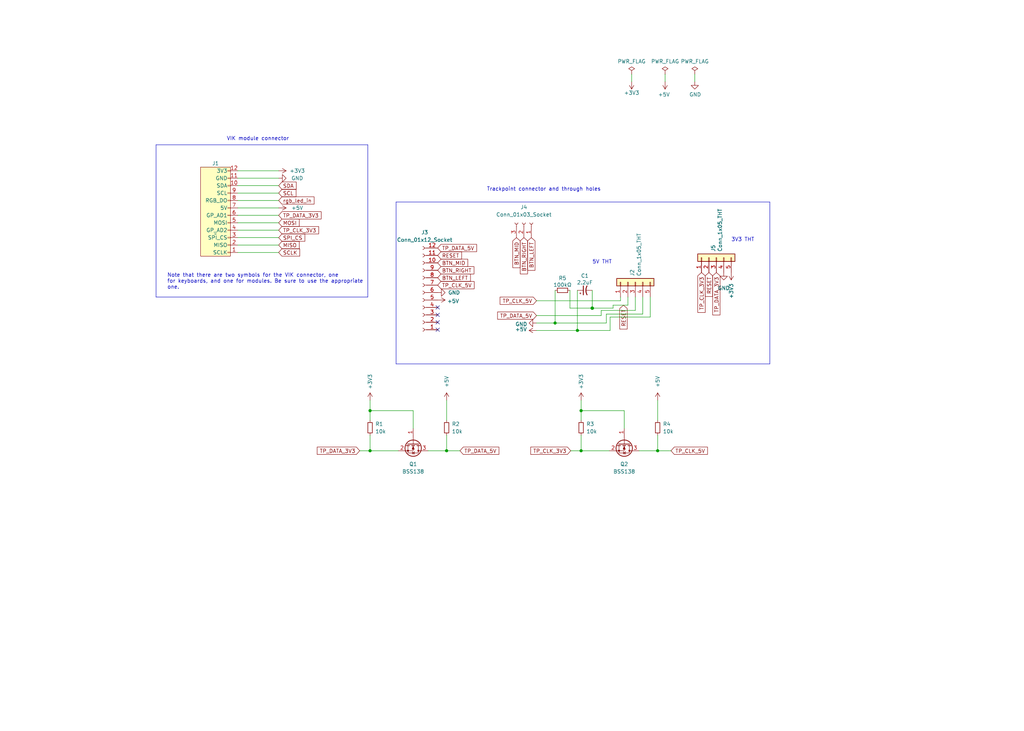
<source format=kicad_sch>
(kicad_sch (version 20230121) (generator eeschema)
  (paper "User" 350.012 250.012)
  (lib_symbols
    (symbol "Connector:Conn_01x03_Socket" (pin_names (offset 1.016) hide)
      (property "Reference" "J" (at 0 5.08 0))
      (property "Value" "Conn_01x03_Socket" (at 0 -5.08 0))
      (symbol "Conn_01x03_Socket_1_1"
        (arc (start 0 -2.032) (mid -0.5058 -2.54) (end 0 -3.048) (stroke (width 0.1524)))
        (polyline (pts (xy -1.27 -2.54) (xy -0.508 -2.54)) (stroke (width 0.1524)))
        (polyline (pts (xy -1.27 0) (xy -0.508 0)) (stroke (width 0.1524)))
        (polyline (pts (xy -1.27 2.54) (xy -0.508 2.54)) (stroke (width 0.1524)))
        (arc (start 0 0.508) (mid -0.5058 0) (end 0 -0.508) (stroke (width 0.1524)))
        (arc (start 0 3.048) (mid -0.5058 2.54) (end 0 2.032) (stroke (width 0.1524)))
        (pin passive line (at -5.08 2.54 0) (length 3.81) (name "Pin_1") (number "1"))
        (pin passive line (at -5.08 0 0) (length 3.81) (name "Pin_2") (number "2"))
        (pin passive line (at -5.08 -2.54 0) (length 3.81) (name "Pin_3") (number "3"))
      )
    )
    (symbol "Connector:Conn_01x12_Socket" (pin_names (offset 1.016) hide)
      (property "Reference" "J" (at 0 15.24 0))
      (property "Value" "Conn_01x12_Socket" (at 0 -17.78 0))
      (symbol "Conn_01x12_Socket_1_1"
        (arc (start 0 -14.732) (mid -0.5058 -15.24) (end 0 -15.748) (stroke (width 0.1524)))
        (arc (start 0 -12.192) (mid -0.5058 -12.7) (end 0 -13.208) (stroke (width 0.1524)))
        (arc (start 0 -9.652) (mid -0.5058 -10.16) (end 0 -10.668) (stroke (width 0.1524)))
        (arc (start 0 -7.112) (mid -0.5058 -7.62) (end 0 -8.128) (stroke (width 0.1524)))
        (arc (start 0 -4.572) (mid -0.5058 -5.08) (end 0 -5.588) (stroke (width 0.1524)))
        (arc (start 0 -2.032) (mid -0.5058 -2.54) (end 0 -3.048) (stroke (width 0.1524)))
        (polyline (pts (xy -1.27 -15.24) (xy -0.508 -15.24)) (stroke (width 0.1524)))
        (polyline (pts (xy -1.27 -12.7) (xy -0.508 -12.7)) (stroke (width 0.1524)))
        (polyline (pts (xy -1.27 -10.16) (xy -0.508 -10.16)) (stroke (width 0.1524)))
        (polyline (pts (xy -1.27 -7.62) (xy -0.508 -7.62)) (stroke (width 0.1524)))
        (polyline (pts (xy -1.27 -5.08) (xy -0.508 -5.08)) (stroke (width 0.1524)))
        (polyline (pts (xy -1.27 -2.54) (xy -0.508 -2.54)) (stroke (width 0.1524)))
        (polyline (pts (xy -1.27 0) (xy -0.508 0)) (stroke (width 0.1524)))
        (polyline (pts (xy -1.27 2.54) (xy -0.508 2.54)) (stroke (width 0.1524)))
        (polyline (pts (xy -1.27 5.08) (xy -0.508 5.08)) (stroke (width 0.1524)))
        (polyline (pts (xy -1.27 7.62) (xy -0.508 7.62)) (stroke (width 0.1524)))
        (polyline (pts (xy -1.27 10.16) (xy -0.508 10.16)) (stroke (width 0.1524)))
        (polyline (pts (xy -1.27 12.7) (xy -0.508 12.7)) (stroke (width 0.1524)))
        (arc (start 0 0.508) (mid -0.5058 0) (end 0 -0.508) (stroke (width 0.1524)))
        (arc (start 0 3.048) (mid -0.5058 2.54) (end 0 2.032) (stroke (width 0.1524)))
        (arc (start 0 5.588) (mid -0.5058 5.08) (end 0 4.572) (stroke (width 0.1524)))
        (arc (start 0 8.128) (mid -0.5058 7.62) (end 0 7.112) (stroke (width 0.1524)))
        (arc (start 0 10.668) (mid -0.5058 10.16) (end 0 9.652) (stroke (width 0.1524)))
        (arc (start 0 13.208) (mid -0.5058 12.7) (end 0 12.192) (stroke (width 0.1524)))
        (pin passive line (at -5.08 12.7 0) (length 3.81) (name "Pin_1") (number "1"))
        (pin passive line (at -5.08 -10.16 0) (length 3.81) (name "Pin_10") (number "10"))
        (pin passive line (at -5.08 -12.7 0) (length 3.81) (name "Pin_11") (number "11"))
        (pin passive line (at -5.08 -15.24 0) (length 3.81) (name "Pin_12") (number "12"))
        (pin passive line (at -5.08 10.16 0) (length 3.81) (name "Pin_2") (number "2"))
        (pin passive line (at -5.08 7.62 0) (length 3.81) (name "Pin_3") (number "3"))
        (pin passive line (at -5.08 5.08 0) (length 3.81) (name "Pin_4") (number "4"))
        (pin passive line (at -5.08 2.54 0) (length 3.81) (name "Pin_5") (number "5"))
        (pin passive line (at -5.08 0 0) (length 3.81) (name "Pin_6") (number "6"))
        (pin passive line (at -5.08 -2.54 0) (length 3.81) (name "Pin_7") (number "7"))
        (pin passive line (at -5.08 -5.08 0) (length 3.81) (name "Pin_8") (number "8"))
        (pin passive line (at -5.08 -7.62 0) (length 3.81) (name "Pin_9") (number "9"))
      )
    )
    (symbol "Connector_Generic:Conn_01x05" (pin_names (offset 1.016) hide)
      (property "Reference" "J" (at 0 7.62 0))
      (property "Value" "Conn_01x05" (at 0 -7.62 0))
      (symbol "Conn_01x05_1_1"
        (rectangle (start -1.27 -4.953) (end 0 -5.207) (stroke (width 0.1524)))
        (rectangle (start -1.27 -2.413) (end 0 -2.667) (stroke (width 0.1524)))
        (rectangle (start -1.27 0.127) (end 0 -0.127) (stroke (width 0.1524)))
        (rectangle (start -1.27 2.667) (end 0 2.413) (stroke (width 0.1524)))
        (rectangle (start -1.27 5.207) (end 0 4.953) (stroke (width 0.1524)))
        (rectangle (start -1.27 6.35) (end 1.27 -6.35) (stroke (width 0.254)) (fill (type background)))
        (pin passive line (at -5.08 5.08 0) (length 3.81) (name "Pin_1") (number "1"))
        (pin passive line (at -5.08 2.54 0) (length 3.81) (name "Pin_2") (number "2"))
        (pin passive line (at -5.08 0 0) (length 3.81) (name "Pin_3") (number "3"))
        (pin passive line (at -5.08 -2.54 0) (length 3.81) (name "Pin_4") (number "4"))
        (pin passive line (at -5.08 -5.08 0) (length 3.81) (name "Pin_5") (number "5"))
      )
    )
    (symbol "Device:CP1_Small" (pin_numbers hide) (pin_names (offset 0.254) hide)
      (property "Reference" "C" (at 0.254 1.778 0))
      (property "Value" "CP1_Small" (at 0.254 -2.032 0))
      (symbol "CP1_Small_0_1"
        (polyline (pts (xy -1.524 0.508) (xy 1.524 0.508)) (stroke (width 0.3048)))
        (polyline (pts (xy -1.27 1.524) (xy -0.762 1.524)))
        (polyline (pts (xy -1.016 1.27) (xy -1.016 1.778)))
        (arc (start 1.524 -0.762) (mid 0 -0.3734) (end -1.524 -0.762) (stroke (width 0.3048)))
      )
      (symbol "CP1_Small_1_1"
        (pin passive line (at 0 2.54 270) (length 2.032) (name "~") (number "1"))
        (pin passive line (at 0 -2.54 90) (length 2.032) (name "~") (number "2"))
      )
    )
    (symbol "Device:R_Small" (pin_numbers hide) (pin_names (offset 0.254) hide)
      (property "Reference" "R" (at 0.762 0.508 0))
      (property "Value" "R_Small" (at 0.762 -1.016 0))
      (symbol "R_Small_0_1"
        (rectangle (start -0.762 1.778) (end 0.762 -1.778) (stroke (width 0.2032)))
      )
      (symbol "R_Small_1_1"
        (pin passive line (at 0 2.54 270) (length 0.762) (name "~") (number "1"))
        (pin passive line (at 0 -2.54 90) (length 0.762) (name "~") (number "2"))
      )
    )
    (symbol "Transistor_FET:BSS138" (pin_names hide)
      (property "Reference" "Q" (at 5.08 1.905 0))
      (property "Value" "BSS138" (at 5.08 0 0))
      (symbol "BSS138_0_1"
        (polyline (pts (xy 0.254 0) (xy -2.54 0)))
        (polyline (pts (xy 0.254 1.905) (xy 0.254 -1.905)) (stroke (width 0.254)))
        (polyline (pts (xy 0.762 -1.27) (xy 0.762 -2.286)) (stroke (width 0.254)))
        (polyline (pts (xy 0.762 0.508) (xy 0.762 -0.508)) (stroke (width 0.254)))
        (polyline (pts (xy 0.762 2.286) (xy 0.762 1.27)) (stroke (width 0.254)))
        (polyline (pts (xy 2.54 2.54) (xy 2.54 1.778)))
        (polyline (pts (xy 2.54 -2.54) (xy 2.54 0) (xy 0.762 0)))
        (polyline (pts (xy 0.762 -1.778) (xy 3.302 -1.778) (xy 3.302 1.778) (xy 0.762 1.778)))
        (polyline (pts (xy 1.016 0) (xy 2.032 0.381) (xy 2.032 -0.381) (xy 1.016 0)) (fill (type outline)))
        (polyline (pts (xy 2.794 0.508) (xy 2.921 0.381) (xy 3.683 0.381) (xy 3.81 0.254)))
        (polyline (pts (xy 3.302 0.381) (xy 2.921 -0.254) (xy 3.683 -0.254) (xy 3.302 0.381)))
        (circle (center 1.651 0) (radius 2.794) (stroke (width 0.254)))
        (circle (center 2.54 -1.778) (radius 0.254) (fill (type outline)))
        (circle (center 2.54 1.778) (radius 0.254) (fill (type outline)))
      )
      (symbol "BSS138_1_1"
        (pin input line (at -5.08 0 0) (length 2.54) (name "G") (number "1"))
        (pin passive line (at 2.54 -5.08 90) (length 2.54) (name "S") (number "2"))
        (pin passive line (at 2.54 5.08 270) (length 2.54) (name "D") (number "3"))
      )
    )
    (symbol "power:+3V3" (power) (pin_names (offset 0))
      (property "Value" "+3V3" (at 0 3.556 0))
      (symbol "+3V3_0_1"
        (polyline (pts (xy -0.762 1.27) (xy 0 2.54)))
        (polyline (pts (xy 0 0) (xy 0 2.54)))
        (polyline (pts (xy 0 2.54) (xy 0.762 1.27)))
      )
      (symbol "+3V3_1_1"
        (pin power_in line (at 0 0 90) (length 0) hide (name "+3V3") (number "1"))
      )
    )
    (symbol "power:+5V" (power) (pin_names (offset 0))
      (property "Value" "+5V" (at 0 3.556 0))
      (symbol "+5V_0_1"
        (polyline (pts (xy -0.762 1.27) (xy 0 2.54)))
        (polyline (pts (xy 0 0) (xy 0 2.54)))
        (polyline (pts (xy 0 2.54) (xy 0.762 1.27)))
      )
      (symbol "+5V_1_1"
        (pin power_in line (at 0 0 90) (length 0) hide (name "+5V") (number "1"))
      )
    )
    (symbol "power:GND" (power) (pin_names (offset 0))
      (property "Value" "GND" (at 0 -3.81 0))
      (symbol "GND_0_1"
        (polyline (pts (xy 0 0) (xy 0 -1.27) (xy 1.27 -1.27) (xy 0 -2.54) (xy -1.27 -1.27) (xy 0 -1.27)))
      )
      (symbol "GND_1_1"
        (pin power_in line (at 0 0 270) (length 0) hide (name "GND") (number "1"))
      )
    )
    (symbol "power:PWR_FLAG" (power) (pin_numbers hide) (pin_names (offset 0) hide)
      (property "Value" "PWR_FLAG" (at 0 3.81 0))
      (symbol "PWR_FLAG_0_0"
        (pin power_out line (at 0 0 90) (length 0) (name "pwr") (number "1"))
      )
      (symbol "PWR_FLAG_0_1"
        (polyline (pts (xy 0 0) (xy 0 1.27) (xy -1.016 1.905) (xy 0 2.54) (xy 1.016 1.905) (xy 0 1.27)))
      )
    )
    (symbol "vik:vik-module-connector" (pin_names (offset 1))
      (property "Reference" "J" (at 0 15.875 0))
      (symbol "vik-module-connector_1_1"
        (rectangle (start -5.08 13.97) (end 5.08 -16.51) (fill (type background)))
        (rectangle (start -5.0546 -15.113) (end -4.191 -15.367) (stroke (width 0.1)))
        (rectangle (start -5.0546 -12.573) (end -4.191 -12.827) (stroke (width 0.1)))
        (rectangle (start -5.0546 -10.033) (end -4.191 -10.287) (stroke (width 0.1)))
        (rectangle (start -5.0546 -7.493) (end -4.191 -7.747) (stroke (width 0.1)))
        (rectangle (start -5.0546 -4.953) (end -4.191 -5.207) (stroke (width 0.1)))
        (rectangle (start -5.0546 -2.413) (end -4.191 -2.667) (stroke (width 0.1)))
        (rectangle (start -5.0546 0.127) (end -4.191 -0.127) (stroke (width 0.1)))
        (rectangle (start -5.0546 2.667) (end -4.191 2.413) (stroke (width 0.1)))
        (rectangle (start -5.0546 5.207) (end -4.191 4.953) (stroke (width 0.1)))
        (rectangle (start -5.0546 7.747) (end -4.191 7.493) (stroke (width 0.1)))
        (rectangle (start -5.0546 10.287) (end -4.191 10.033) (stroke (width 0.1)))
        (rectangle (start -5.0546 12.827) (end -4.191 12.573) (stroke (width 0.1)))
        (pin output line (at -7.62 12.7 0) (length 2.54) (name "SCLK") (number "1"))
        (pin bidirectional line (at -7.62 -10.16 0) (length 2.54) (name "SDA") (number "10"))
        (pin power_out line (at -7.62 -12.7 0) (length 2.54) (name "GND") (number "11"))
        (pin power_out line (at -7.62 -15.24 0) (length 2.54) (name "3V3") (number "12"))
        (pin tri_state line (at -7.62 10.16 0) (length 2.54) (name "MISO") (number "2"))
        (pin output line (at -7.62 7.62 0) (length 2.54) (name "SPI_CS") (number "3"))
        (pin bidirectional line (at -7.62 5.08 0) (length 2.54) (name "GP_AD2") (number "4"))
        (pin output line (at -7.62 2.54 0) (length 2.54) (name "MOSI") (number "5"))
        (pin bidirectional line (at -7.62 0 0) (length 2.54) (name "GP_AD1") (number "6"))
        (pin power_out line (at -7.62 -2.54 0) (length 2.54) (name "5V") (number "7"))
        (pin output line (at -7.62 -5.08 0) (length 2.54) (name "RGB_DO") (number "8"))
        (pin bidirectional line (at -7.62 -7.62 0) (length 2.54) (name "SCL") (number "9"))
      )
    )
  )
  (junction (at 152.654 154.178))
  (junction (at 224.79 154.178))
  (junction (at 202.438 105.41) (diameter 1.016))
  (junction (at 126.492 154.178))
  (junction (at 189.738 110.49))
  (junction (at 126.492 140.462))
  (junction (at 198.628 154.178))
  (junction (at 198.628 140.462))
  (junction (at 197.358 113.03))
  (no_connect (at 149.606 110.236))
  (no_connect (at 149.606 105.156))
  (no_connect (at 149.606 112.776))
  (no_connect (at 149.606 107.696))
  (wire (pts (xy 198.628 154.178) (xy 208.28 154.178)))
  (wire (pts (xy 209.55 104.394) (xy 214.63 104.394)))
  (wire (pts (xy 224.79 148.844) (xy 224.79 154.178)))
  (wire (pts (xy 81.28 58.42) (xy 95.25 58.42)))
  (wire (pts (xy 81.28 66.04) (xy 95.25 66.04)))
  (wire (pts (xy 146.304 154.178) (xy 152.654 154.178)))
  (wire (pts (xy 208.534 113.03) (xy 208.534 108.458)))
  (wire (pts (xy 81.28 76.2) (xy 95.25 76.2)))
  (wire (pts (xy 218.44 154.178) (xy 224.79 154.178)))
  (wire (pts (xy 237.49 25.4) (xy 237.49 27.94)))
  (wire (pts (xy 141.224 140.462) (xy 141.224 146.558)))
  (wire (pts (xy 81.28 73.66) (xy 95.25 73.66)))
  (wire (pts (xy 183.388 107.95) (xy 205.486 107.95)))
  (polyline (pts (xy 135.382 69.088) (xy 263.144 69.088)))
  (wire (pts (xy 198.628 140.462) (xy 213.36 140.462)))
  (wire (pts (xy 212.09 101.6) (xy 212.09 102.87)))
  (polyline (pts (xy 135.382 69.088) (xy 135.382 124.46)))
  (wire (pts (xy 183.388 113.03) (xy 197.358 113.03)))
  (wire (pts (xy 189.738 110.49) (xy 207.264 110.49)))
  (wire (pts (xy 222.25 101.6) (xy 222.25 108.458)))
  (wire (pts (xy 189.738 99.314) (xy 189.738 110.49)))
  (wire (pts (xy 81.28 81.28) (xy 95.25 81.28)))
  (wire (pts (xy 183.388 110.49) (xy 189.738 110.49)))
  (wire (pts (xy 207.264 110.49) (xy 207.264 107.442)))
  (wire (pts (xy 224.79 136.906) (xy 224.79 143.764)))
  (wire (pts (xy 152.654 148.844) (xy 152.654 154.178)))
  (wire (pts (xy 197.358 99.314) (xy 197.358 113.03)))
  (wire (pts (xy 81.28 83.82) (xy 95.25 83.82)))
  (wire (pts (xy 198.628 140.462) (xy 198.628 143.764)))
  (wire (pts (xy 81.28 60.96) (xy 95.25 60.96)))
  (wire (pts (xy 183.388 102.87) (xy 212.09 102.87)))
  (wire (pts (xy 213.36 140.462) (xy 213.36 146.558)))
  (wire (pts (xy 126.492 136.906) (xy 126.492 140.462)))
  (polyline (pts (xy 135.382 124.46) (xy 263.144 124.46)))
  (wire (pts (xy 205.486 106.172) (xy 217.17 106.172)))
  (wire (pts (xy 217.17 101.6) (xy 217.17 106.172)))
  (wire (pts (xy 198.628 148.844) (xy 198.628 154.178)))
  (wire (pts (xy 81.28 63.5) (xy 95.25 63.5)))
  (wire (pts (xy 126.492 140.462) (xy 126.492 143.764)))
  (wire (pts (xy 197.358 113.03) (xy 208.534 113.03)))
  (wire (pts (xy 207.264 107.442) (xy 219.71 107.442)))
  (wire (pts (xy 152.654 154.178) (xy 157.226 154.178)))
  (wire (pts (xy 227.33 25.4) (xy 227.33 27.94)))
  (polyline (pts (xy 125.73 49.53) (xy 125.73 101.6)))
  (wire (pts (xy 126.492 154.178) (xy 136.144 154.178)))
  (polyline (pts (xy 125.73 101.6) (xy 53.34 101.6)))
  (wire (pts (xy 205.486 107.95) (xy 205.486 106.172)))
  (polyline (pts (xy 53.34 49.53) (xy 53.34 101.6)))
  (wire (pts (xy 195.072 154.178) (xy 198.628 154.178)))
  (wire (pts (xy 126.492 148.844) (xy 126.492 154.178)))
  (wire (pts (xy 215.9 25.4) (xy 215.9 27.94)))
  (wire (pts (xy 81.28 86.36) (xy 95.25 86.36)))
  (wire (pts (xy 209.55 105.41) (xy 209.55 104.394)))
  (polyline (pts (xy 53.34 49.53) (xy 125.73 49.53)))
  (wire (pts (xy 224.79 154.178) (xy 229.362 154.178)))
  (wire (pts (xy 81.28 68.58) (xy 95.25 68.58)))
  (wire (pts (xy 214.63 101.6) (xy 214.63 104.394)))
  (wire (pts (xy 198.628 136.906) (xy 198.628 140.462)))
  (wire (pts (xy 194.818 105.41) (xy 202.438 105.41)))
  (wire (pts (xy 81.28 71.12) (xy 95.25 71.12)))
  (wire (pts (xy 194.818 99.314) (xy 194.818 105.41)))
  (wire (pts (xy 219.71 101.6) (xy 219.71 107.442)))
  (wire (pts (xy 202.438 105.41) (xy 209.55 105.41)))
  (wire (pts (xy 122.936 154.178) (xy 126.492 154.178)))
  (polyline (pts (xy 263.144 124.46) (xy 263.144 69.088)))
  (wire (pts (xy 152.654 136.906) (xy 152.654 143.764)))
  (wire (pts (xy 202.438 99.314) (xy 202.438 105.41)))
  (wire (pts (xy 81.28 78.74) (xy 95.25 78.74)))
  (wire (pts (xy 126.492 140.462) (xy 141.224 140.462)))
  (wire (pts (xy 208.534 108.458) (xy 222.25 108.458)))
  (text "5V THT" (at 202.438 90.424 0) (effects (font (size 1.27 1.27)) (justify left bottom)))
  (text "Note that there are two symbols for the VIK connector, one\nfor keyboards, and one for modules. Be sure to use the appropriate\none." (at 57.15 99.06 0) (effects (font (size 1.27 1.27)) (justify left bottom)))
  (text "VIK module connector" (at 77.47 48.26 0) (effects (font (size 1.27 1.27)) (justify left bottom)))
  (text "3V3 THT" (at 249.936 82.804 0) (effects (font (size 1.27 1.27)) (justify left bottom)))
  (text "Trackpoint connector and through holes" (at 166.37 65.532 0) (effects (font (size 1.27 1.27)) (justify left bottom)))
  (global_label "BTN_MID" (shape input) (at 176.53 81.28 270) (property "Intersheetrefs" "${INTERSHEET_REFS}" (effects hide)))
  (global_label "TP_DATA_5V" (shape input) (at 183.388 107.95 180) (property "Intersheetrefs" "${INTERSHEET_REFS}" (effects hide)))
  (global_label "BTN_LEFT" (shape input) (at 181.61 81.28 270) (property "Intersheetrefs" "${INTERSHEET_REFS}" (effects hide)))
  (global_label "TP_DATA_5V" (shape input) (at 157.226 154.178 0) (property "Intersheetrefs" "${INTERSHEET_REFS}" (effects hide)))
  (global_label "TP_DATA_5V" (shape input) (at 149.606 84.836 0) (property "Intersheetrefs" "${INTERSHEET_REFS}" (effects hide)))
  (global_label "TP_DATA_3V3" (shape input) (at 95.25 73.66 0) (property "Intersheetrefs" "${INTERSHEET_REFS}" (effects hide)))
  (global_label "RESET" (shape input) (at 149.606 87.376 0) (property "Intersheetrefs" "${INTERSHEET_REFS}" (effects hide)))
  (global_label "TP_CLK_3V3" (shape input) (at 195.072 154.178 180) (property "Intersheetrefs" "${INTERSHEET_REFS}" (effects hide)))
  (global_label "TP_CLK_5V" (shape input) (at 229.362 154.178 0) (property "Intersheetrefs" "${INTERSHEET_REFS}" (effects hide)))
  (global_label "SPI_CS" (shape input) (at 95.25 81.28 0) (property "Intersheetrefs" "${INTERSHEET_REFS}" (effects hide)))
  (global_label "BTN_RIGHT" (shape input) (at 179.07 81.28 270) (property "Intersheetrefs" "${INTERSHEET_REFS}" (effects hide)))
  (global_label "BTN_LEFT" (shape input) (at 149.606 94.996 0) (property "Intersheetrefs" "${INTERSHEET_REFS}" (effects hide)))
  (global_label "TP_CLK_5V" (shape input) (at 149.606 97.536 0) (property "Intersheetrefs" "${INTERSHEET_REFS}" (effects hide)))
  (global_label "MOSI" (shape input) (at 95.25 76.2 0) (property "Intersheetrefs" "${INTERSHEET_REFS}" (effects hide)))
  (global_label "BTN_RIGHT" (shape input) (at 149.606 92.456 0) (property "Intersheetrefs" "${INTERSHEET_REFS}" (effects hide)))
  (global_label "SCL" (shape input) (at 95.25 66.04 0) (property "Intersheetrefs" "${INTERSHEET_REFS}" (effects hide)))
  (global_label "BTN_MID" (shape input) (at 149.606 89.916 0) (property "Intersheetrefs" "${INTERSHEET_REFS}" (effects hide)))
  (global_label "RESET" (shape input) (at 242.316 93.218 270) (property "Intersheetrefs" "${INTERSHEET_REFS}" (effects hide)))
  (global_label "MISO" (shape input) (at 95.25 83.82 0) (property "Intersheetrefs" "${INTERSHEET_REFS}" (effects hide)))
  (global_label "TP_CLK_3V3" (shape input) (at 95.25 78.74 0) (property "Intersheetrefs" "${INTERSHEET_REFS}" (effects hide)))
  (global_label "SCLK" (shape input) (at 95.25 86.36 0) (property "Intersheetrefs" "${INTERSHEET_REFS}" (effects hide)))
  (global_label "TP_CLK_5V" (shape input) (at 183.388 102.87 180) (property "Intersheetrefs" "${INTERSHEET_REFS}" (effects hide)))
  (global_label "TP_CLK_3V3" (shape input) (at 239.776 93.218 270) (property "Intersheetrefs" "${INTERSHEET_REFS}" (effects hide)))
  (global_label "TP_DATA_3V3" (shape input) (at 244.856 93.218 270) (property "Intersheetrefs" "${INTERSHEET_REFS}" (effects hide)))
  (global_label "rgb_led_in" (shape input) (at 95.25 68.58 0) (property "Intersheetrefs" "${INTERSHEET_REFS}" (effects hide)))
  (global_label "TP_DATA_3V3" (shape input) (at 122.936 154.178 180) (property "Intersheetrefs" "${INTERSHEET_REFS}" (effects hide)))
  (global_label "RESET" (shape input) (at 213.106 104.394 270) (property "Intersheetrefs" "${INTERSHEET_REFS}" (effects hide)))
  (global_label "SDA" (shape input) (at 95.25 63.5 0) (property "Intersheetrefs" "${INTERSHEET_REFS}" (effects hide)))
  (symbol (lib_id "power:PWR_FLAG") (at 215.9 25.4 0) (unit 1)
    (property "Reference" "#FLG01" (effects hide))
    (property "Value" "PWR_FLAG" (at 215.9 21.0058 0))
  )
  (symbol (lib_id "power:PWR_FLAG") (at 227.33 25.4 0) (unit 1)
    (property "Reference" "#FLG02" (effects hide))
    (property "Value" "PWR_FLAG" (at 227.33 21.0058 0))
  )
  (symbol (lib_id "power:+5V") (at 227.33 27.94 180) (unit 1)
    (property "Reference" "#PWR02" (effects hide))
    (property "Value" "+5V" (at 226.949 32.3342 0))
  )
  (symbol (lib_id "power:GND") (at 237.49 27.94 0) (unit 1)
    (property "Reference" "#PWR03" (effects hide))
    (property "Value" "GND" (at 237.617 32.3342 0))
  )
  (symbol (lib_id "power:PWR_FLAG") (at 237.49 25.4 0) (unit 1)
    (property "Reference" "#FLG03" (effects hide))
    (property "Value" "PWR_FLAG" (at 237.49 21.0058 0))
  )
  (symbol (lib_id "Device:R_Small") (at 152.654 146.304 0) (unit 1)
    (property "Reference" "R2" (at 154.432 145.034 0) (effects (justify left)))
    (property "Value" "10k" (at 154.432 147.574 0) (effects (justify left)))
    (property "Footprint" "Resistor_SMD:R_0805_2012Metric_Pad1.20x1.40mm_HandSolder" (effects hide))
    (property "LCSC" "C17414" (effects hide))
  )
  (symbol (lib_id "Connector_Generic:Conn_01x05") (at 244.856 88.138 90) (unit 1)
    (property "Reference" "J5" (at 243.7892 86.106 0) (effects (justify left)))
    (property "Value" "Conn_1x05_THT" (at 246.1006 86.106 0) (effects (justify left)))
    (property "Footprint" "fingerpunch:Connector_THT_1x5_2.54" (effects hide))
  )
  (symbol (lib_id "power:GND") (at 95.25 60.96 90) (mirror x) (unit 1)
    (property "Reference" "#PWR0102" (effects hide))
    (property "Value" "GND" (at 101.6 60.96 90))
  )
  (symbol (lib_id "Connector:Conn_01x12_Socket") (at 144.526 100.076 180) (unit 1)
    (property "Reference" "J3" (at 145.161 79.502 0))
    (property "Value" "Conn_01x12_Socket" (at 145.161 82.042 0))
    (property "Footprint" "Connector_FFC-FPC:TE_1-84953-2_1x12-1MP_P1.0mm_Horizontal" (effects hide))
    (property "LCSC" "C262367" (effects hide))
  )
  (symbol (lib_id "power:GND") (at 149.606 100.076 90) (unit 1)
    (property "Reference" "#PWR04" (effects hide))
    (property "Value" "GND" (at 153.162 100.076 90) (effects (justify right)))
  )
  (symbol (lib_id "power:+5V") (at 149.606 102.616 270) (unit 1)
    (property "Reference" "#PWR05" (effects hide))
    (property "Value" "+5V" (at 152.8572 102.997 90) (effects (justify left)))
  )
  (symbol (lib_id "Device:R_Small") (at 126.492 146.304 0) (unit 1)
    (property "Reference" "R1" (at 128.27 145.034 0) (effects (justify left)))
    (property "Value" "10k" (at 128.27 147.574 0) (effects (justify left)))
    (property "Footprint" "Resistor_SMD:R_0805_2012Metric_Pad1.20x1.40mm_HandSolder" (effects hide))
    (property "LCSC" "C17414" (effects hide))
  )
  (symbol (lib_id "Device:R_Small") (at 224.79 146.304 0) (unit 1)
    (property "Reference" "R4" (at 226.568 145.034 0) (effects (justify left)))
    (property "Value" "10k" (at 226.568 147.574 0) (effects (justify left)))
    (property "Footprint" "Resistor_SMD:R_0805_2012Metric_Pad1.20x1.40mm_HandSolder" (effects hide))
    (property "LCSC" "C17414" (effects hide))
  )
  (symbol (lib_id "Device:R_Small") (at 192.278 99.314 270) (unit 1)
    (property "Reference" "R5" (at 192.278 95.1442 90))
    (property "Value" "100kΩ" (at 192.278 97.4429 90))
    (property "Footprint" "Resistor_SMD:R_0805_2012Metric_Pad1.20x1.40mm_HandSolder" (effects hide))
    (property "LCSC" "C149504" (effects hide))
  )
  (symbol (lib_id "Transistor_FET:BSS138") (at 213.36 151.638 270) (unit 1)
    (property "Reference" "Q2" (at 213.36 158.75 90))
    (property "Value" "BSS138" (at 213.36 161.29 90))
    (property "Footprint" "Package_TO_SOT_SMD:SOT-23" (effects hide))
    (property "Datasheet" "https://www.onsemi.com/pub/Collateral/BSS138-D.PDF" (effects hide))
    (property "LCSC" "C78284" (effects hide))
  )
  (symbol (lib_id "Device:CP1_Small") (at 199.898 99.314 90) (unit 1)
    (property "Reference" "C1" (at 199.898 94.3314 90))
    (property "Value" "2.2uF" (at 199.898 96.6301 90))
    (property "Footprint" "Capacitor_SMD:C_0805_2012Metric_Pad1.18x1.45mm_HandSolder" (effects hide))
    (property "LCSC" "C377773" (effects hide))
  )
  (symbol (lib_id "power:+3V3") (at 95.25 58.42 270) (unit 1)
    (property "Reference" "#PWR0101" (effects hide))
    (property "Value" "+3V3" (at 101.6 58.42 90))
  )
  (symbol (lib_id "power:+3V3") (at 198.628 136.906 0) (unit 1)
    (property "Reference" "#PWR08" (effects hide))
    (property "Value" "+3V3" (at 198.628 130.556 90))
  )
  (symbol (lib_id "Connector_Generic:Conn_01x05") (at 217.17 96.52 90) (unit 1)
    (property "Reference" "J2" (at 216.1032 94.488 0) (effects (justify left)))
    (property "Value" "Conn_1x05_THT" (at 218.4146 94.488 0) (effects (justify left)))
    (property "Footprint" "fingerpunch:Connector_THT_1x5_2.54" (effects hide))
  )
  (symbol (lib_id "power:+5V") (at 152.654 136.906 0) (unit 1)
    (property "Reference" "#PWR07" (effects hide))
    (property "Value" "+5V" (at 152.654 130.556 90))
  )
  (symbol (lib_id "power:+5V") (at 95.25 71.12 270) (unit 1)
    (property "Reference" "#PWR0104" (effects hide))
    (property "Value" "+5V" (at 101.6 71.12 90))
  )
  (symbol (lib_id "power:GND") (at 183.388 110.49 270) (unit 1)
    (property "Reference" "#PWR01" (effects hide))
    (property "Value" "GND" (at 180.213 110.8785 90) (effects (justify right)))
  )
  (symbol (lib_id "power:GND") (at 247.396 93.218 0) (unit 1)
    (property "Reference" "#PWR010" (effects hide))
    (property "Value" "GND" (at 247.396 98.552 0))
  )
  (symbol (lib_id "power:+3V3") (at 249.936 93.218 180) (unit 1)
    (property "Reference" "#PWR011" (effects hide))
    (property "Value" "+3V3" (at 249.936 99.568 90))
  )
  (symbol (lib_id "Transistor_FET:BSS138") (at 141.224 151.638 270) (unit 1)
    (property "Reference" "Q1" (at 141.224 158.75 90))
    (property "Value" "BSS138" (at 141.224 161.29 90))
    (property "Footprint" "Package_TO_SOT_SMD:SOT-23" (effects hide))
    (property "Datasheet" "https://www.onsemi.com/pub/Collateral/BSS138-D.PDF" (effects hide))
    (property "LCSC" "C78284" (effects hide))
  )
  (symbol (lib_id "power:+3V3") (at 126.492 136.906 0) (unit 1)
    (property "Reference" "#PWR06" (effects hide))
    (property "Value" "+3V3" (at 126.492 130.556 90))
  )
  (symbol (lib_id "Connector:Conn_01x03_Socket") (at 179.07 76.2 270) (mirror x) (unit 1)
    (property "Reference" "J4" (at 179.07 70.866 90))
    (property "Value" "Conn_01x03_Socket" (at 179.07 73.406 90))
    (property "Footprint" "fingerpunch:Connector_THT_1x3_2.54" (effects hide))
  )
  (symbol (lib_id "Device:R_Small") (at 198.628 146.304 0) (unit 1)
    (property "Reference" "R3" (at 200.406 145.034 0) (effects (justify left)))
    (property "Value" "10k" (at 200.406 147.574 0) (effects (justify left)))
    (property "Footprint" "Resistor_SMD:R_0805_2012Metric_Pad1.20x1.40mm_HandSolder" (effects hide))
    (property "LCSC" "C17414" (effects hide))
  )
  (symbol (lib_id "power:+3V3") (at 215.9 27.94 180) (unit 1)
    (property "Reference" "#PWR0112" (effects hide))
    (property "Value" "+3V3" (at 215.9 31.75 0))
  )
  (symbol (lib_id "vik:vik-module-connector") (at 73.66 73.66 180) (unit 1)
    (property "Reference" "J1" (at 73.66 55.88 0))
    (property "Value" "~" (at 73.66 80.01 0))
    (property "Footprint" "vik:vik-module-connector-horizontal" (effects hide))
    (property "LCSC" "C479750" (effects hide))
  )
  (symbol (lib_id "power:+5V") (at 183.388 113.03 90) (unit 1)
    (property "Reference" "#PWR0105" (effects hide))
    (property "Value" "+5V" (at 180.1368 112.649 90) (effects (justify left)))
  )
  (symbol (lib_id "power:+5V") (at 224.79 136.906 0) (unit 1)
    (property "Reference" "#PWR09" (effects hide))
    (property "Value" "+5V" (at 224.79 130.556 90))
  )
)
</source>
